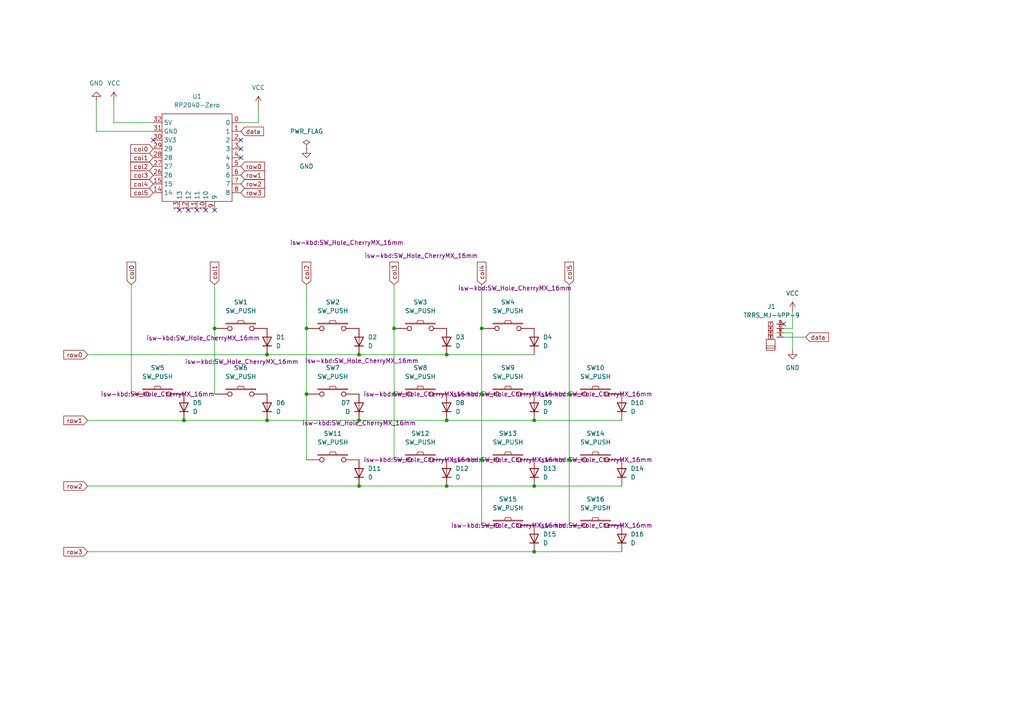
<source format=kicad_sch>
(kicad_sch (version 20250114) (generator "eeschema") (generator_version "9.0")
  (paper "A4")
  (lib_symbols
    (symbol "Device:D" (pin_numbers (hide yes)) (pin_names (offset 1.016) (hide yes))
      (property "Reference" "D" (at 0 2.54 0))
      (property "Value" "D" (at 0 -2.54 0))
      (symbol "D_0_1"
        (polyline (pts (xy -1.27 1.27) (xy -1.27 -1.27)) (stroke (width 0.254)))
        (polyline (pts (xy 1.27 1.27) (xy 1.27 -1.27) (xy -1.27 0) (xy 1.27 1.27)) (stroke (width 0.254)))
        (polyline (pts (xy 1.27 0) (xy -1.27 0)))
      )
      (symbol "D_1_1"
        (pin passive line (at -3.81 0 0) (length 2.54) (name "K") (number "1"))
        (pin passive line (at 3.81 0 180) (length 2.54) (name "A") (number "2"))
      )
    )
    (symbol "Salicylic_kbd:TRRS_MJ-4PP-9" (pin_names (offset 1.016))
      (property "Reference" "J" (at 0 5.08 0))
      (property "Value" "TRRS_MJ-4PP-9" (at 0 -6.985 0))
      (symbol "TRRS_MJ-4PP-9_0_0"
        (text "T" (at 0 2.54 0) (effects (font (size 0.6096 0.6096))))
        (text "R" (at 0 1.27 0) (effects (font (size 0.6096 0.6096))))
        (text "R" (at 0 0 0) (effects (font (size 0.6096 0.6096))))
        (text "S" (at 0 -1.27 0) (effects (font (size 0.6096 0.6096))))
      )
      (symbol "TRRS_MJ-4PP-9_0_1"
        (rectangle (start -1.27 -1.905) (end 1.27 -5.08))
        (rectangle (start -1.27 -3.81) (end 1.27 -4.445))
        (rectangle (start -0.635 3.175) (end 0.635 1.905))
        (rectangle (start -0.635 1.905) (end 0.635 0.635))
        (rectangle (start -0.635 0.635) (end 0.635 -0.635))
        (rectangle (start -0.635 -0.635) (end 0.635 -1.905))
      )
      (symbol "TRRS_MJ-4PP-9_1_1"
        (pin input line (at 3.81 2.54 180) (length 2.0066) (name "~") (number "D"))
        (pin input line (at 3.81 1.27 180) (length 2.0066) (name "~") (number "C"))
        (pin input line (at 3.81 0 180) (length 2.0066) (name "~") (number "B"))
        (pin input line (at 3.81 -1.27 180) (length 2.0066) (name "~") (number "A"))
      )
    )
    (symbol "isw-mcu:RP2040-Zero"
      (property "Reference" "U" (at 0 17.78 0))
      (property "Value" "RP2040-Zero" (at 0 15.24 0))
      (symbol "RP2040-Zero_0_1"
        (rectangle (start -10.16 12.7) (end 10.16 -12.7))
      )
      (symbol "RP2040-Zero_1_1"
        (pin power_out line (at -12.7 10.16 0) (length 2.54) (name "5V") (number "32"))
        (pin power_in line (at -12.7 7.62 0) (length 2.54) (name "GND") (number "31"))
        (pin power_out line (at -12.7 5.08 0) (length 2.54) (name "3V3") (number "30"))
        (pin bidirectional line (at -12.7 2.54 0) (length 2.54) (name "29") (number "29"))
        (pin bidirectional line (at -12.7 0 0) (length 2.54) (name "28") (number "28"))
        (pin bidirectional line (at -12.7 -2.54 0) (length 2.54) (name "27") (number "27"))
        (pin bidirectional line (at -12.7 -5.08 0) (length 2.54) (name "26") (number "26"))
        (pin bidirectional line (at -12.7 -7.62 0) (length 2.54) (name "15") (number "15"))
        (pin bidirectional line (at -12.7 -10.16 0) (length 2.54) (name "14") (number "14"))
        (pin bidirectional line (at -5.08 -15.24 90) (length 2.54) (name "13") (number "13"))
        (pin bidirectional line (at -2.54 -15.24 90) (length 2.54) (name "12") (number "12"))
        (pin bidirectional line (at 0 -15.24 90) (length 2.54) (name "11") (number "11"))
        (pin bidirectional line (at 2.54 -15.24 90) (length 2.54) (name "10") (number "10"))
        (pin bidirectional line (at 5.08 -15.24 90) (length 2.54) (name "9") (number "9"))
        (pin tri_state line (at 12.7 10.16 180) (length 2.54) (name "0") (number "0"))
        (pin bidirectional line (at 12.7 7.62 180) (length 2.54) (name "1") (number "1"))
        (pin bidirectional line (at 12.7 5.08 180) (length 2.54) (name "2") (number "2"))
        (pin bidirectional line (at 12.7 2.54 180) (length 2.54) (name "3") (number "3"))
        (pin bidirectional line (at 12.7 0 180) (length 2.54) (name "4") (number "4"))
        (pin bidirectional line (at 12.7 -2.54 180) (length 2.54) (name "5") (number "5"))
        (pin bidirectional line (at 12.7 -5.08 180) (length 2.54) (name "6") (number "6"))
        (pin bidirectional line (at 12.7 -7.62 180) (length 2.54) (name "7") (number "7"))
        (pin bidirectional line (at 12.7 -10.16 180) (length 2.54) (name "8") (number "8"))
      )
    )
    (symbol "kbd:SW_PUSH" (pin_numbers (hide yes)) (pin_names (offset 1.016) (hide yes))
      (property "Reference" "SW" (at 3.81 2.794 0))
      (property "Value" "SW_PUSH" (at 0 -2.032 0))
      (symbol "SW_PUSH_0_1"
        (rectangle (start -4.318 1.27) (end 4.318 1.524))
        (polyline (pts (xy -1.016 1.524) (xy -0.762 2.286) (xy 0.762 2.286) (xy 1.016 1.524)))
        (pin passive inverted (at -7.62 0 0) (length 5.08) (name "1") (number "1"))
        (pin passive inverted (at 7.62 0 180) (length 5.08) (name "2") (number "2"))
      )
    )
    (symbol "power:GND" (power) (pin_numbers (hide yes)) (pin_names (offset 0) (hide yes))
      (property "Value" "GND" (at 0 -3.81 0))
      (symbol "GND_0_1"
        (polyline (pts (xy 0 0) (xy 0 -1.27) (xy 1.27 -1.27) (xy 0 -2.54) (xy -1.27 -1.27) (xy 0 -1.27)))
      )
      (symbol "GND_1_1"
        (pin power_in line (at 0 0 270) (length 0) (name "~") (number "1"))
      )
    )
    (symbol "power:PWR_FLAG" (power) (pin_numbers (hide yes)) (pin_names (offset 0) (hide yes))
      (property "Value" "PWR_FLAG" (at 0 3.81 0))
      (symbol "PWR_FLAG_0_0"
        (pin power_out line (at 0 0 90) (length 0) (name "~") (number "1"))
      )
      (symbol "PWR_FLAG_0_1"
        (polyline (pts (xy 0 0) (xy 0 1.27) (xy -1.016 1.905) (xy 0 2.54) (xy 1.016 1.905) (xy 0 1.27)))
      )
    )
    (symbol "power:VCC" (power) (pin_numbers (hide yes)) (pin_names (offset 0) (hide yes))
      (property "Value" "VCC" (at 0 3.556 0))
      (symbol "VCC_0_1"
        (polyline (pts (xy -0.762 1.27) (xy 0 2.54)))
        (polyline (pts (xy 0 2.54) (xy 0.762 1.27)))
        (polyline (pts (xy 0 0) (xy 0 2.54)))
      )
      (symbol "VCC_1_1"
        (pin power_in line (at 0 0 90) (length 0) (name "~") (number "1"))
      )
    )
  )
  (junction (at 114.3 114.3))
  (junction (at 129.54 102.87))
  (junction (at 88.9 114.3))
  (junction (at 154.94 160.02))
  (junction (at 77.47 121.92))
  (junction (at 139.7 95.25))
  (junction (at 154.94 140.97))
  (junction (at 88.9 95.25))
  (junction (at 154.94 121.92))
  (junction (at 104.14 140.97))
  (junction (at 104.14 102.87))
  (junction (at 114.3 95.25))
  (junction (at 165.1 133.35))
  (junction (at 139.7 133.35))
  (junction (at 129.54 121.92))
  (junction (at 104.14 121.92))
  (junction (at 53.34 121.92))
  (junction (at 139.7 114.3))
  (junction (at 165.1 114.3))
  (junction (at 62.23 95.25))
  (junction (at 129.54 140.97))
  (junction (at 77.47 102.87))
  (no_connect (at 57.15 60.96))
  (no_connect (at 69.85 45.72))
  (no_connect (at 62.23 60.96))
  (no_connect (at 54.61 60.96))
  (no_connect (at 59.69 60.96))
  (no_connect (at 44.45 40.64))
  (no_connect (at 52.07 60.96))
  (no_connect (at 227.33 93.98))
  (no_connect (at 69.85 43.18))
  (no_connect (at 69.85 40.64))
  (wire (pts (xy 227.33 96.52) (xy 229.87 96.52)))
  (wire (pts (xy 77.47 121.92) (xy 104.14 121.92)))
  (wire (pts (xy 139.7 82.55) (xy 139.7 95.25)))
  (wire (pts (xy 114.3 95.25) (xy 114.3 114.3)))
  (wire (pts (xy 114.3 114.3) (xy 114.3 133.35)))
  (wire (pts (xy 139.7 114.3) (xy 139.7 133.35)))
  (wire (pts (xy 38.1 82.55) (xy 38.1 114.3)))
  (wire (pts (xy 53.34 121.92) (xy 77.47 121.92)))
  (wire (pts (xy 165.1 82.55) (xy 165.1 114.3)))
  (wire (pts (xy 129.54 140.97) (xy 154.94 140.97)))
  (wire (pts (xy 154.94 121.92) (xy 180.34 121.92)))
  (wire (pts (xy 74.93 30.48) (xy 74.93 35.56)))
  (wire (pts (xy 165.1 133.35) (xy 165.1 152.4)))
  (wire (pts (xy 129.54 102.87) (xy 154.94 102.87)))
  (wire (pts (xy 139.7 95.25) (xy 139.7 114.3)))
  (wire (pts (xy 74.93 35.56) (xy 69.85 35.56)))
  (wire (pts (xy 88.9 82.55) (xy 88.9 95.25)))
  (wire (pts (xy 25.4 102.87) (xy 77.47 102.87)))
  (wire (pts (xy 62.23 95.25) (xy 62.23 114.3)))
  (wire (pts (xy 154.94 140.97) (xy 180.34 140.97)))
  (wire (pts (xy 114.3 82.55) (xy 114.3 95.25)))
  (wire (pts (xy 139.7 133.35) (xy 139.7 152.4)))
  (wire (pts (xy 27.94 38.1) (xy 44.45 38.1)))
  (wire (pts (xy 27.94 29.21) (xy 27.94 38.1)))
  (wire (pts (xy 25.4 140.97) (xy 104.14 140.97)))
  (wire (pts (xy 129.54 121.92) (xy 154.94 121.92)))
  (wire (pts (xy 77.47 102.87) (xy 104.14 102.87)))
  (wire (pts (xy 33.02 29.21) (xy 33.02 35.56)))
  (wire (pts (xy 88.9 114.3) (xy 88.9 133.35)))
  (wire (pts (xy 227.33 95.25) (xy 229.87 95.25)))
  (wire (pts (xy 25.4 121.92) (xy 53.34 121.92)))
  (wire (pts (xy 154.94 160.02) (xy 180.34 160.02)))
  (wire (pts (xy 104.14 140.97) (xy 129.54 140.97)))
  (wire (pts (xy 104.14 102.87) (xy 129.54 102.87)))
  (wire (pts (xy 227.33 97.79) (xy 233.68 97.79)))
  (wire (pts (xy 62.23 82.55) (xy 62.23 95.25)))
  (wire (pts (xy 25.4 160.02) (xy 154.94 160.02)))
  (wire (pts (xy 229.87 95.25) (xy 229.87 90.17)))
  (wire (pts (xy 88.9 95.25) (xy 88.9 114.3)))
  (wire (pts (xy 165.1 114.3) (xy 165.1 133.35)))
  (wire (pts (xy 104.14 121.92) (xy 129.54 121.92)))
  (wire (pts (xy 229.87 96.52) (xy 229.87 101.6)))
  (wire (pts (xy 33.02 35.56) (xy 44.45 35.56)))
  (global_label "row1" (shape input) (at 69.85 50.8 0) (property "Intersheetrefs" "${INTERSHEET_REFS}" (effects (hide yes))))
  (global_label "col2" (shape input) (at 44.45 48.26 180) (property "Intersheetrefs" "${INTERSHEET_REFS}" (effects (hide yes))))
  (global_label "col3" (shape input) (at 114.3 82.55 90) (property "Intersheetrefs" "${INTERSHEET_REFS}" (effects (hide yes))))
  (global_label "col4" (shape input) (at 139.7 82.55 90) (property "Intersheetrefs" "${INTERSHEET_REFS}" (effects (hide yes))))
  (global_label "data" (shape input) (at 233.68 97.79 0) (property "Intersheetrefs" "${INTERSHEET_REFS}" (effects (hide yes))))
  (global_label "row2" (shape input) (at 69.85 53.34 0) (property "Intersheetrefs" "${INTERSHEET_REFS}" (effects (hide yes))))
  (global_label "row1" (shape input) (at 25.4 121.92 180) (property "Intersheetrefs" "${INTERSHEET_REFS}" (effects (hide yes))))
  (global_label "col2" (shape input) (at 88.9 82.55 90) (property "Intersheetrefs" "${INTERSHEET_REFS}" (effects (hide yes))))
  (global_label "col3" (shape input) (at 44.45 50.8 180) (property "Intersheetrefs" "${INTERSHEET_REFS}" (effects (hide yes))))
  (global_label "row2" (shape input) (at 25.4 140.97 180) (property "Intersheetrefs" "${INTERSHEET_REFS}" (effects (hide yes))))
  (global_label "data" (shape input) (at 69.85 38.1 0) (property "Intersheetrefs" "${INTERSHEET_REFS}" (effects (hide yes))))
  (global_label "col0" (shape input) (at 44.45 43.18 180) (property "Intersheetrefs" "${INTERSHEET_REFS}" (effects (hide yes))))
  (global_label "row0" (shape input) (at 69.85 48.26 0) (property "Intersheetrefs" "${INTERSHEET_REFS}" (effects (hide yes))))
  (global_label "col5" (shape input) (at 165.1 82.55 90) (property "Intersheetrefs" "${INTERSHEET_REFS}" (effects (hide yes))))
  (global_label "col1" (shape input) (at 62.23 82.55 90) (property "Intersheetrefs" "${INTERSHEET_REFS}" (effects (hide yes))))
  (global_label "col4" (shape input) (at 44.45 53.34 180) (property "Intersheetrefs" "${INTERSHEET_REFS}" (effects (hide yes))))
  (global_label "row0" (shape input) (at 25.4 102.87 180) (property "Intersheetrefs" "${INTERSHEET_REFS}" (effects (hide yes))))
  (global_label "col5" (shape input) (at 44.45 55.88 180) (property "Intersheetrefs" "${INTERSHEET_REFS}" (effects (hide yes))))
  (global_label "col1" (shape input) (at 44.45 45.72 180) (property "Intersheetrefs" "${INTERSHEET_REFS}" (effects (hide yes))))
  (global_label "col0" (shape input) (at 38.1 82.55 90) (property "Intersheetrefs" "${INTERSHEET_REFS}" (effects (hide yes))))
  (global_label "row3" (shape input) (at 25.4 160.02 180) (property "Intersheetrefs" "${INTERSHEET_REFS}" (effects (hide yes))))
  (global_label "row3" (shape input) (at 69.85 55.88 0) (property "Intersheetrefs" "${INTERSHEET_REFS}" (effects (hide yes))))
  (symbol (lib_id "Device:D") (at 180.34 118.11 90) (unit 1)
    (property "Reference" "D10" (at 182.88 116.8399 90) (effects (justify right)))
    (property "Value" "D" (at 182.88 119.3799 90) (effects (justify right)))
    (property "Description" "Diode" (effects (hide yes)))
    (property "Sim.Device" "D" (effects (hide yes)))
    (property "Sim.Pins" "1=K 2=A" (effects (hide yes)))
  )
  (symbol (lib_id "kbd:SW_PUSH") (at 69.85 95.25 0) (unit 1)
    (property "Reference" "SW1" (at 69.85 87.63 0))
    (property "Value" "SW_PUSH" (at 69.85 90.17 0))
    (property "Footprint" "isw-kbd:SW_Hole_CherryMX_16mm" (at 58.928 98.044 0))
  )
  (symbol (lib_id "power:VCC") (at 229.87 90.17 0) (unit 1)
    (property "Reference" "#PWR04" (effects (hide yes)))
    (property "Value" "VCC" (at 229.87 85.09 0))
    (property "Description" "Power symbol creates a global label with name \"VCC\"" (effects (hide yes)))
  )
  (symbol (lib_id "power:GND") (at 88.9 43.18 0) (unit 1)
    (property "Reference" "#PWR06" (effects (hide yes)))
    (property "Value" "GND" (at 88.9 48.26 0))
    (property "Description" "Power symbol creates a global label with name \"GND\" , ground" (effects (hide yes)))
  )
  (symbol (lib_id "Device:D") (at 154.94 99.06 90) (unit 1)
    (property "Reference" "D4" (at 157.48 97.7899 90) (effects (justify right)))
    (property "Value" "D" (at 157.48 100.3299 90) (effects (justify right)))
    (property "Description" "Diode" (effects (hide yes)))
    (property "Sim.Device" "D" (effects (hide yes)))
    (property "Sim.Pins" "1=K 2=A" (effects (hide yes)))
  )
  (symbol (lib_id "Device:D") (at 154.94 156.21 90) (unit 1)
    (property "Reference" "D15" (at 157.48 154.9399 90) (effects (justify right)))
    (property "Value" "D" (at 157.48 157.4799 90) (effects (justify right)))
    (property "Description" "Diode" (effects (hide yes)))
    (property "Sim.Device" "D" (effects (hide yes)))
    (property "Sim.Pins" "1=K 2=A" (effects (hide yes)))
  )
  (symbol (lib_id "kbd:SW_PUSH") (at 121.92 114.3 0) (unit 1)
    (property "Reference" "SW8" (at 121.92 106.68 0))
    (property "Value" "SW_PUSH" (at 121.92 109.22 0))
    (property "Footprint" "isw-kbd:SW_Hole_CherryMX_16mm" (at 121.92 114.3 0))
  )
  (symbol (lib_id "kbd:SW_PUSH") (at 69.85 114.3 0) (unit 1)
    (property "Reference" "SW6" (at 69.85 106.68 0))
    (property "Value" "SW_PUSH" (at 69.85 109.22 0))
    (property "Footprint" "isw-kbd:SW_Hole_CherryMX_16mm" (at 70.104 104.902 0))
  )
  (symbol (lib_id "Device:D") (at 77.47 118.11 90) (unit 1)
    (property "Reference" "D6" (at 80.01 116.8399 90) (effects (justify right)))
    (property "Value" "D" (at 80.01 119.3799 90) (effects (justify right)))
    (property "Description" "Diode" (effects (hide yes)))
    (property "Sim.Device" "D" (effects (hide yes)))
    (property "Sim.Pins" "1=K 2=A" (effects (hide yes)))
  )
  (symbol (lib_id "kbd:SW_PUSH") (at 96.52 95.25 0) (unit 1)
    (property "Reference" "SW2" (at 96.52 87.63 0))
    (property "Value" "SW_PUSH" (at 96.52 90.17 0))
    (property "Footprint" "isw-kbd:SW_Hole_CherryMX_16mm" (at 100.584 70.358 0))
  )
  (symbol (lib_id "power:VCC") (at 74.93 30.48 0) (unit 1)
    (property "Reference" "#PWR03" (effects (hide yes)))
    (property "Value" "VCC" (at 74.93 25.4 0))
    (property "Description" "Power symbol creates a global label with name \"VCC\"" (effects (hide yes)))
  )
  (symbol (lib_id "kbd:SW_PUSH") (at 96.52 114.3 0) (unit 1)
    (property "Reference" "SW7" (at 96.52 106.68 0))
    (property "Value" "SW_PUSH" (at 96.52 109.22 0))
    (property "Footprint" "isw-kbd:SW_Hole_CherryMX_16mm" (at 104.902 104.648 0))
  )
  (symbol (lib_id "Device:D") (at 129.54 99.06 90) (unit 1)
    (property "Reference" "D3" (at 132.08 97.7899 90) (effects (justify right)))
    (property "Value" "D" (at 132.08 100.3299 90) (effects (justify right)))
    (property "Description" "Diode" (effects (hide yes)))
    (property "Sim.Device" "D" (effects (hide yes)))
    (property "Sim.Pins" "1=K 2=A" (effects (hide yes)))
  )
  (symbol (lib_id "Device:D") (at 77.47 99.06 90) (unit 1)
    (property "Reference" "D1" (at 80.01 97.7899 90) (effects (justify right)))
    (property "Value" "D" (at 80.01 100.3299 90) (effects (justify right)))
    (property "Description" "Diode" (effects (hide yes)))
    (property "Sim.Device" "D" (effects (hide yes)))
    (property "Sim.Pins" "1=K 2=A" (effects (hide yes)))
  )
  (symbol (lib_id "power:GND") (at 229.87 101.6 0) (unit 1)
    (property "Reference" "#PWR05" (effects (hide yes)))
    (property "Value" "GND" (at 229.87 106.68 0))
    (property "Description" "Power symbol creates a global label with name \"GND\" , ground" (effects (hide yes)))
  )
  (symbol (lib_id "Device:D") (at 104.14 118.11 90) (unit 1)
    (property "Reference" "D7" (at 101.6 116.8399 90) (effects (justify left)))
    (property "Value" "D" (at 101.6 119.3799 90) (effects (justify left)))
    (property "Description" "Diode" (effects (hide yes)))
    (property "Sim.Device" "D" (effects (hide yes)))
    (property "Sim.Pins" "1=K 2=A" (effects (hide yes)))
  )
  (symbol (lib_id "kbd:SW_PUSH") (at 147.32 114.3 0) (unit 1)
    (property "Reference" "SW9" (at 147.32 106.68 0))
    (property "Value" "SW_PUSH" (at 147.32 109.22 0))
    (property "Footprint" "isw-kbd:SW_Hole_CherryMX_16mm" (at 147.32 114.3 0))
  )
  (symbol (lib_id "Device:D") (at 154.94 137.16 90) (unit 1)
    (property "Reference" "D13" (at 157.48 135.8899 90) (effects (justify right)))
    (property "Value" "D" (at 157.48 138.4299 90) (effects (justify right)))
    (property "Description" "Diode" (effects (hide yes)))
    (property "Sim.Device" "D" (effects (hide yes)))
    (property "Sim.Pins" "1=K 2=A" (effects (hide yes)))
  )
  (symbol (lib_id "power:PWR_FLAG") (at 88.9 43.18 0) (unit 1)
    (property "Reference" "#FLG01" (effects (hide yes)))
    (property "Value" "PWR_FLAG" (at 88.9 38.1 0))
    (property "Description" "Special symbol for telling ERC where power comes from" (effects (hide yes)))
  )
  (symbol (lib_id "kbd:SW_PUSH") (at 172.72 133.35 0) (unit 1)
    (property "Reference" "SW14" (at 172.72 125.73 0))
    (property "Value" "SW_PUSH" (at 172.72 128.27 0))
    (property "Footprint" "isw-kbd:SW_Hole_CherryMX_16mm" (at 172.72 133.35 0))
  )
  (symbol (lib_id "Salicylic_kbd:TRRS_MJ-4PP-9") (at 223.52 96.52 0) (unit 1)
    (property "Reference" "J1" (at 223.7867 88.9 0))
    (property "Value" "TRRS_MJ-4PP-9" (at 223.7867 91.44 0))
    (property "Footprint" "kbd_Parts:TRRS_MJ-4PP-9" (effects (hide yes)))
  )
  (symbol (lib_id "kbd:SW_PUSH") (at 147.32 152.4 0) (unit 1)
    (property "Reference" "SW15" (at 147.32 144.78 0))
    (property "Value" "SW_PUSH" (at 147.32 147.32 0))
    (property "Footprint" "isw-kbd:SW_Hole_CherryMX_16mm" (at 147.32 152.4 0))
  )
  (symbol (lib_id "kbd:SW_PUSH") (at 147.32 133.35 0) (unit 1)
    (property "Reference" "SW13" (at 147.32 125.73 0))
    (property "Value" "SW_PUSH" (at 147.32 128.27 0))
    (property "Footprint" "isw-kbd:SW_Hole_CherryMX_16mm" (at 147.32 133.35 0))
  )
  (symbol (lib_id "Device:D") (at 129.54 137.16 90) (unit 1)
    (property "Reference" "D12" (at 132.08 135.8899 90) (effects (justify right)))
    (property "Value" "D" (at 132.08 138.4299 90) (effects (justify right)))
    (property "Description" "Diode" (effects (hide yes)))
    (property "Sim.Device" "D" (effects (hide yes)))
    (property "Sim.Pins" "1=K 2=A" (effects (hide yes)))
  )
  (symbol (lib_id "kbd:SW_PUSH") (at 147.32 95.25 0) (unit 1)
    (property "Reference" "SW4" (at 147.32 87.63 0))
    (property "Value" "SW_PUSH" (at 147.32 90.17 0))
    (property "Footprint" "isw-kbd:SW_Hole_CherryMX_16mm" (at 149.352 83.566 0))
  )
  (symbol (lib_id "power:GND") (at 27.94 29.21 180) (unit 1)
    (property "Reference" "#PWR01" (effects (hide yes)))
    (property "Value" "GND" (at 27.94 24.13 0))
    (property "Description" "Power symbol creates a global label with name \"GND\" , ground" (effects (hide yes)))
  )
  (symbol (lib_id "Device:D") (at 53.34 118.11 90) (unit 1)
    (property "Reference" "D5" (at 55.88 116.8399 90) (effects (justify right)))
    (property "Value" "D" (at 55.88 119.3799 90) (effects (justify right)))
    (property "Description" "Diode" (effects (hide yes)))
    (property "Sim.Device" "D" (effects (hide yes)))
    (property "Sim.Pins" "1=K 2=A" (effects (hide yes)))
  )
  (symbol (lib_id "power:VCC") (at 33.02 29.21 0) (unit 1)
    (property "Reference" "#PWR02" (effects (hide yes)))
    (property "Value" "VCC" (at 33.02 24.13 0))
    (property "Description" "Power symbol creates a global label with name \"VCC\"" (effects (hide yes)))
  )
  (symbol (lib_id "Device:D") (at 180.34 156.21 90) (unit 1)
    (property "Reference" "D16" (at 182.88 154.9399 90) (effects (justify right)))
    (property "Value" "D" (at 182.88 157.4799 90) (effects (justify right)))
    (property "Description" "Diode" (effects (hide yes)))
    (property "Sim.Device" "D" (effects (hide yes)))
    (property "Sim.Pins" "1=K 2=A" (effects (hide yes)))
  )
  (symbol (lib_id "Device:D") (at 180.34 137.16 90) (unit 1)
    (property "Reference" "D14" (at 182.88 135.8899 90) (effects (justify right)))
    (property "Value" "D" (at 182.88 138.4299 90) (effects (justify right)))
    (property "Description" "Diode" (effects (hide yes)))
    (property "Sim.Device" "D" (effects (hide yes)))
    (property "Sim.Pins" "1=K 2=A" (effects (hide yes)))
  )
  (symbol (lib_id "Device:D") (at 104.14 99.06 90) (unit 1)
    (property "Reference" "D2" (at 106.68 97.7899 90) (effects (justify right)))
    (property "Value" "D" (at 106.68 100.3299 90) (effects (justify right)))
    (property "Description" "Diode" (effects (hide yes)))
    (property "Sim.Device" "D" (effects (hide yes)))
    (property "Sim.Pins" "1=K 2=A" (effects (hide yes)))
  )
  (symbol (lib_id "Device:D") (at 154.94 118.11 90) (unit 1)
    (property "Reference" "D9" (at 157.48 116.8399 90) (effects (justify right)))
    (property "Value" "D" (at 157.48 119.3799 90) (effects (justify right)))
    (property "Description" "Diode" (effects (hide yes)))
    (property "Sim.Device" "D" (effects (hide yes)))
    (property "Sim.Pins" "1=K 2=A" (effects (hide yes)))
  )
  (symbol (lib_id "kbd:SW_PUSH") (at 96.52 133.35 0) (unit 1)
    (property "Reference" "SW11" (at 96.52 125.73 0))
    (property "Value" "SW_PUSH" (at 96.52 128.27 0))
    (property "Footprint" "isw-kbd:SW_Hole_CherryMX_16mm" (at 104.14 122.682 0))
  )
  (symbol (lib_id "kbd:SW_PUSH") (at 121.92 95.25 0) (unit 1)
    (property "Reference" "SW3" (at 121.92 87.63 0))
    (property "Value" "SW_PUSH" (at 121.92 90.17 0))
    (property "Footprint" "isw-kbd:SW_Hole_CherryMX_16mm" (at 122.174 74.168 0))
  )
  (symbol (lib_id "Device:D") (at 129.54 118.11 90) (unit 1)
    (property "Reference" "D8" (at 132.08 116.8399 90) (effects (justify right)))
    (property "Value" "D" (at 132.08 119.3799 90) (effects (justify right)))
    (property "Description" "Diode" (effects (hide yes)))
    (property "Sim.Device" "D" (effects (hide yes)))
    (property "Sim.Pins" "1=K 2=A" (effects (hide yes)))
  )
  (symbol (lib_id "kbd:SW_PUSH") (at 121.92 133.35 0) (unit 1)
    (property "Reference" "SW12" (at 121.92 125.73 0))
    (property "Value" "SW_PUSH" (at 121.92 128.27 0))
    (property "Footprint" "isw-kbd:SW_Hole_CherryMX_16mm" (at 121.92 133.35 0))
  )
  (symbol (lib_id "isw-mcu:RP2040-Zero") (at 57.15 45.72 0) (unit 1)
    (property "Reference" "U1" (at 57.15 27.94 0))
    (property "Value" "RP2040-Zero" (at 57.15 30.48 0))
    (property "Footprint" "isw-kbd:RP2040-Zero" (effects (hide yes)))
  )
  (symbol (lib_id "kbd:SW_PUSH") (at 172.72 152.4 0) (unit 1)
    (property "Reference" "SW16" (at 172.72 144.78 0))
    (property "Value" "SW_PUSH" (at 172.72 147.32 0))
    (property "Footprint" "isw-kbd:SW_Hole_CherryMX_16mm" (at 172.72 152.4 0))
  )
  (symbol (lib_id "Device:D") (at 104.14 137.16 90) (unit 1)
    (property "Reference" "D11" (at 106.68 135.8899 90) (effects (justify right)))
    (property "Value" "D" (at 106.68 138.4299 90) (effects (justify right)))
    (property "Description" "Diode" (effects (hide yes)))
    (property "Sim.Device" "D" (effects (hide yes)))
    (property "Sim.Pins" "1=K 2=A" (effects (hide yes)))
  )
  (symbol (lib_id "kbd:SW_PUSH") (at 45.72 114.3 0) (unit 1)
    (property "Reference" "SW5" (at 45.72 106.68 0))
    (property "Value" "SW_PUSH" (at 45.72 109.22 0))
    (property "Footprint" "isw-kbd:SW_Hole_CherryMX_16mm" (at 45.72 114.3 0))
  )
  (symbol (lib_id "kbd:SW_PUSH") (at 172.72 114.3 0) (unit 1)
    (property "Reference" "SW10" (at 172.72 106.68 0))
    (property "Value" "SW_PUSH" (at 172.72 109.22 0))
    (property "Footprint" "isw-kbd:SW_Hole_CherryMX_16mm" (at 172.72 114.3 0))
  )
)
</source>
